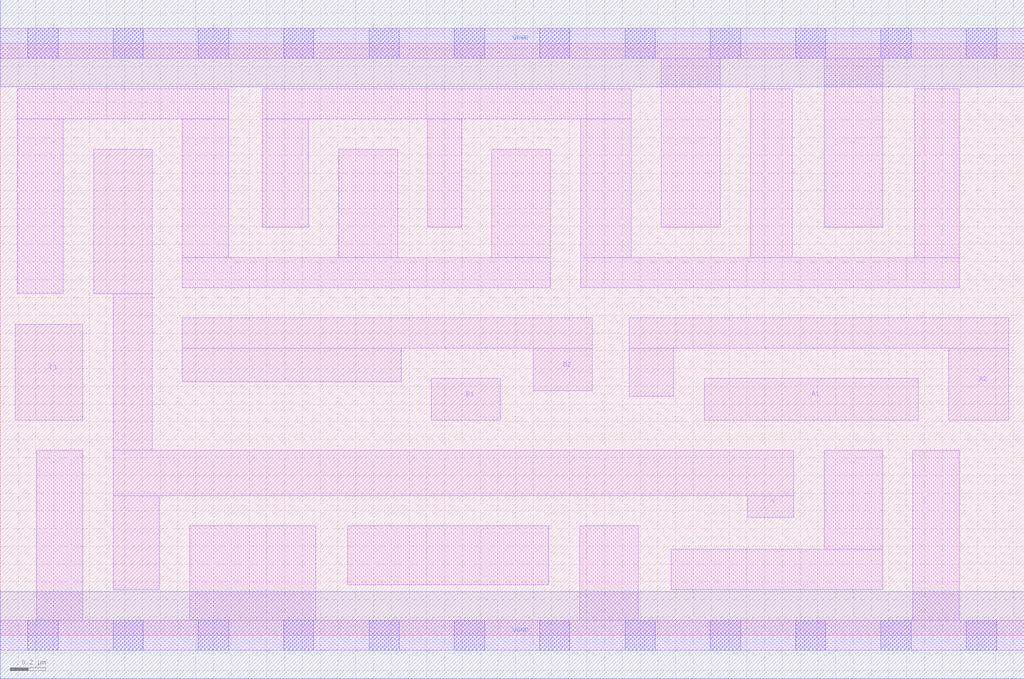
<source format=lef>
# Copyright 2020 The SkyWater PDK Authors
#
# Licensed under the Apache License, Version 2.0 (the "License");
# you may not use this file except in compliance with the License.
# You may obtain a copy of the License at
#
#     https://www.apache.org/licenses/LICENSE-2.0
#
# Unless required by applicable law or agreed to in writing, software
# distributed under the License is distributed on an "AS IS" BASIS,
# WITHOUT WARRANTIES OR CONDITIONS OF ANY KIND, either express or implied.
# See the License for the specific language governing permissions and
# limitations under the License.
#
# SPDX-License-Identifier: Apache-2.0

VERSION 5.7 ;
  NAMESCASESENSITIVE ON ;
  NOWIREEXTENSIONATPIN ON ;
  DIVIDERCHAR "/" ;
  BUSBITCHARS "[]" ;
UNITS
  DATABASE MICRONS 200 ;
END UNITS
MACRO sky130_fd_sc_lp__a221oi_2
  CLASS CORE ;
  SOURCE USER ;
  FOREIGN sky130_fd_sc_lp__a221oi_2 ;
  ORIGIN  0.000000  0.000000 ;
  SIZE  5.760000 BY  3.330000 ;
  SYMMETRY X Y R90 ;
  SITE unit ;
  PIN A1
    ANTENNAGATEAREA  0.630000 ;
    DIRECTION INPUT ;
    USE SIGNAL ;
    PORT
      LAYER li1 ;
        RECT 3.960000 1.210000 5.165000 1.445000 ;
    END
  END A1
  PIN A2
    ANTENNAGATEAREA  0.630000 ;
    DIRECTION INPUT ;
    USE SIGNAL ;
    PORT
      LAYER li1 ;
        RECT 3.540000 1.345000 3.790000 1.615000 ;
        RECT 3.540000 1.615000 5.675000 1.785000 ;
        RECT 5.335000 1.210000 5.675000 1.615000 ;
    END
  END A2
  PIN B1
    ANTENNAGATEAREA  0.630000 ;
    DIRECTION INPUT ;
    USE SIGNAL ;
    PORT
      LAYER li1 ;
        RECT 2.425000 1.210000 2.815000 1.445000 ;
    END
  END B1
  PIN B2
    ANTENNAGATEAREA  0.630000 ;
    DIRECTION INPUT ;
    USE SIGNAL ;
    PORT
      LAYER li1 ;
        RECT 1.025000 1.425000 2.255000 1.615000 ;
        RECT 1.025000 1.615000 3.330000 1.785000 ;
        RECT 3.000000 1.375000 3.330000 1.615000 ;
    END
  END B2
  PIN C1
    ANTENNAGATEAREA  0.630000 ;
    DIRECTION INPUT ;
    USE SIGNAL ;
    PORT
      LAYER li1 ;
        RECT 0.085000 1.210000 0.465000 1.750000 ;
    END
  END C1
  PIN Y
    ANTENNADIFFAREA  1.058400 ;
    DIRECTION OUTPUT ;
    USE SIGNAL ;
    PORT
      LAYER li1 ;
        RECT 0.525000 1.920000 0.855000 2.735000 ;
        RECT 0.635000 0.255000 0.895000 0.785000 ;
        RECT 0.635000 0.785000 4.465000 1.040000 ;
        RECT 0.635000 1.040000 0.855000 1.920000 ;
        RECT 4.205000 0.665000 4.465000 0.785000 ;
    END
  END Y
  PIN VGND
    DIRECTION INOUT ;
    USE GROUND ;
    PORT
      LAYER met1 ;
        RECT 0.000000 -0.245000 5.760000 0.245000 ;
    END
  END VGND
  PIN VPWR
    DIRECTION INOUT ;
    USE POWER ;
    PORT
      LAYER met1 ;
        RECT 0.000000 3.085000 5.760000 3.575000 ;
    END
  END VPWR
  OBS
    LAYER li1 ;
      RECT 0.000000 -0.085000 5.760000 0.085000 ;
      RECT 0.000000  3.245000 5.760000 3.415000 ;
      RECT 0.095000  1.925000 0.355000 2.905000 ;
      RECT 0.095000  2.905000 1.285000 3.075000 ;
      RECT 0.205000  0.085000 0.465000 1.040000 ;
      RECT 1.025000  1.955000 3.095000 2.125000 ;
      RECT 1.025000  2.125000 1.285000 2.905000 ;
      RECT 1.065000  0.085000 1.775000 0.615000 ;
      RECT 1.475000  2.295000 1.735000 2.905000 ;
      RECT 1.475000  2.905000 3.550000 3.075000 ;
      RECT 1.905000  2.125000 2.235000 2.735000 ;
      RECT 1.955000  0.285000 3.085000 0.615000 ;
      RECT 2.405000  2.295000 2.595000 2.905000 ;
      RECT 2.765000  2.125000 3.095000 2.735000 ;
      RECT 3.260000  0.085000 3.590000 0.615000 ;
      RECT 3.265000  1.955000 5.395000 2.125000 ;
      RECT 3.265000  2.125000 3.550000 2.905000 ;
      RECT 3.720000  2.295000 4.050000 3.245000 ;
      RECT 3.775000  0.255000 4.965000 0.485000 ;
      RECT 4.220000  2.125000 4.455000 3.075000 ;
      RECT 4.635000  0.485000 4.965000 1.040000 ;
      RECT 4.635000  2.295000 4.965000 3.245000 ;
      RECT 5.135000  0.085000 5.395000 1.040000 ;
      RECT 5.145000  2.125000 5.395000 3.075000 ;
    LAYER mcon ;
      RECT 0.155000 -0.085000 0.325000 0.085000 ;
      RECT 0.155000  3.245000 0.325000 3.415000 ;
      RECT 0.635000 -0.085000 0.805000 0.085000 ;
      RECT 0.635000  3.245000 0.805000 3.415000 ;
      RECT 1.115000 -0.085000 1.285000 0.085000 ;
      RECT 1.115000  3.245000 1.285000 3.415000 ;
      RECT 1.595000 -0.085000 1.765000 0.085000 ;
      RECT 1.595000  3.245000 1.765000 3.415000 ;
      RECT 2.075000 -0.085000 2.245000 0.085000 ;
      RECT 2.075000  3.245000 2.245000 3.415000 ;
      RECT 2.555000 -0.085000 2.725000 0.085000 ;
      RECT 2.555000  3.245000 2.725000 3.415000 ;
      RECT 3.035000 -0.085000 3.205000 0.085000 ;
      RECT 3.035000  3.245000 3.205000 3.415000 ;
      RECT 3.515000 -0.085000 3.685000 0.085000 ;
      RECT 3.515000  3.245000 3.685000 3.415000 ;
      RECT 3.995000 -0.085000 4.165000 0.085000 ;
      RECT 3.995000  3.245000 4.165000 3.415000 ;
      RECT 4.475000 -0.085000 4.645000 0.085000 ;
      RECT 4.475000  3.245000 4.645000 3.415000 ;
      RECT 4.955000 -0.085000 5.125000 0.085000 ;
      RECT 4.955000  3.245000 5.125000 3.415000 ;
      RECT 5.435000 -0.085000 5.605000 0.085000 ;
      RECT 5.435000  3.245000 5.605000 3.415000 ;
  END
END sky130_fd_sc_lp__a221oi_2

</source>
